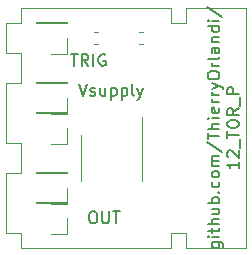
<source format=gbr>
%TF.GenerationSoftware,KiCad,Pcbnew,(5.1.9)-1*%
%TF.CreationDate,2021-04-15T15:10:30+02:00*%
%TF.ProjectId,12_TOR_P,31325f54-4f52-45f5-902e-6b696361645f,rev?*%
%TF.SameCoordinates,Original*%
%TF.FileFunction,Legend,Top*%
%TF.FilePolarity,Positive*%
%FSLAX46Y46*%
G04 Gerber Fmt 4.6, Leading zero omitted, Abs format (unit mm)*
G04 Created by KiCad (PCBNEW (5.1.9)-1) date 2021-04-15 15:10:30*
%MOMM*%
%LPD*%
G01*
G04 APERTURE LIST*
%TA.AperFunction,Profile*%
%ADD10C,0.050000*%
%TD*%
%ADD11C,0.150000*%
%ADD12C,0.120000*%
G04 APERTURE END LIST*
D10*
X115570000Y-60960000D02*
X120650000Y-60960000D01*
X115570000Y-62230000D02*
X115570000Y-60960000D01*
X114300000Y-62230000D02*
X115570000Y-62230000D01*
X114300000Y-60960000D02*
X114300000Y-62230000D01*
X115570000Y-81280000D02*
X120650000Y-81280000D01*
X115570000Y-80010000D02*
X115570000Y-81280000D01*
X114300000Y-80010000D02*
X115570000Y-80010000D01*
X114300000Y-81280000D02*
X114300000Y-80010000D01*
X101600000Y-62230000D02*
X101600000Y-60960000D01*
X100330000Y-62230000D02*
X101600000Y-62230000D01*
X100330000Y-64770000D02*
X100330000Y-62230000D01*
X101600000Y-64770000D02*
X100330000Y-64770000D01*
X100330000Y-72390000D02*
X100330000Y-67310000D01*
X101600000Y-72390000D02*
X100330000Y-72390000D01*
X101600000Y-74930000D02*
X101600000Y-72390000D01*
X100330000Y-74930000D02*
X101600000Y-74930000D01*
D11*
X107585000Y-78192380D02*
X107775476Y-78192380D01*
X107870714Y-78240000D01*
X107965952Y-78335238D01*
X108013571Y-78525714D01*
X108013571Y-78859047D01*
X107965952Y-79049523D01*
X107870714Y-79144761D01*
X107775476Y-79192380D01*
X107585000Y-79192380D01*
X107489761Y-79144761D01*
X107394523Y-79049523D01*
X107346904Y-78859047D01*
X107346904Y-78525714D01*
X107394523Y-78335238D01*
X107489761Y-78240000D01*
X107585000Y-78192380D01*
X108442142Y-78192380D02*
X108442142Y-79001904D01*
X108489761Y-79097142D01*
X108537380Y-79144761D01*
X108632619Y-79192380D01*
X108823095Y-79192380D01*
X108918333Y-79144761D01*
X108965952Y-79097142D01*
X109013571Y-79001904D01*
X109013571Y-78192380D01*
X109346904Y-78192380D02*
X109918333Y-78192380D01*
X109632619Y-79192380D02*
X109632619Y-78192380D01*
X105791190Y-64857380D02*
X106362619Y-64857380D01*
X106076904Y-65857380D02*
X106076904Y-64857380D01*
X107267380Y-65857380D02*
X106934047Y-65381190D01*
X106695952Y-65857380D02*
X106695952Y-64857380D01*
X107076904Y-64857380D01*
X107172142Y-64905000D01*
X107219761Y-64952619D01*
X107267380Y-65047857D01*
X107267380Y-65190714D01*
X107219761Y-65285952D01*
X107172142Y-65333571D01*
X107076904Y-65381190D01*
X106695952Y-65381190D01*
X107695952Y-65857380D02*
X107695952Y-64857380D01*
X108695952Y-64905000D02*
X108600714Y-64857380D01*
X108457857Y-64857380D01*
X108315000Y-64905000D01*
X108219761Y-65000238D01*
X108172142Y-65095476D01*
X108124523Y-65285952D01*
X108124523Y-65428809D01*
X108172142Y-65619285D01*
X108219761Y-65714523D01*
X108315000Y-65809761D01*
X108457857Y-65857380D01*
X108553095Y-65857380D01*
X108695952Y-65809761D01*
X108743571Y-65762142D01*
X108743571Y-65428809D01*
X108553095Y-65428809D01*
X106481904Y-67397380D02*
X106815238Y-68397380D01*
X107148571Y-67397380D01*
X107434285Y-68349761D02*
X107529523Y-68397380D01*
X107720000Y-68397380D01*
X107815238Y-68349761D01*
X107862857Y-68254523D01*
X107862857Y-68206904D01*
X107815238Y-68111666D01*
X107720000Y-68064047D01*
X107577142Y-68064047D01*
X107481904Y-68016428D01*
X107434285Y-67921190D01*
X107434285Y-67873571D01*
X107481904Y-67778333D01*
X107577142Y-67730714D01*
X107720000Y-67730714D01*
X107815238Y-67778333D01*
X108720000Y-67730714D02*
X108720000Y-68397380D01*
X108291428Y-67730714D02*
X108291428Y-68254523D01*
X108339047Y-68349761D01*
X108434285Y-68397380D01*
X108577142Y-68397380D01*
X108672380Y-68349761D01*
X108720000Y-68302142D01*
X109196190Y-67730714D02*
X109196190Y-68730714D01*
X109196190Y-67778333D02*
X109291428Y-67730714D01*
X109481904Y-67730714D01*
X109577142Y-67778333D01*
X109624761Y-67825952D01*
X109672380Y-67921190D01*
X109672380Y-68206904D01*
X109624761Y-68302142D01*
X109577142Y-68349761D01*
X109481904Y-68397380D01*
X109291428Y-68397380D01*
X109196190Y-68349761D01*
X110100952Y-67730714D02*
X110100952Y-68730714D01*
X110100952Y-67778333D02*
X110196190Y-67730714D01*
X110386666Y-67730714D01*
X110481904Y-67778333D01*
X110529523Y-67825952D01*
X110577142Y-67921190D01*
X110577142Y-68206904D01*
X110529523Y-68302142D01*
X110481904Y-68349761D01*
X110386666Y-68397380D01*
X110196190Y-68397380D01*
X110100952Y-68349761D01*
X111148571Y-68397380D02*
X111053333Y-68349761D01*
X111005714Y-68254523D01*
X111005714Y-67397380D01*
X111434285Y-67730714D02*
X111672380Y-68397380D01*
X111910476Y-67730714D02*
X111672380Y-68397380D01*
X111577142Y-68635476D01*
X111529523Y-68683095D01*
X111434285Y-68730714D01*
D10*
X120650000Y-60960000D02*
X120650000Y-81280000D01*
X101600000Y-60960000D02*
X114300000Y-60960000D01*
X101600000Y-80010000D02*
X101600000Y-81280000D01*
X100330000Y-80010000D02*
X101600000Y-80010000D01*
X101600000Y-64770000D02*
X101600000Y-67310000D01*
X101600000Y-67310000D02*
X100330000Y-67310000D01*
D11*
X117705714Y-80810476D02*
X118515238Y-80810476D01*
X118610476Y-80858095D01*
X118658095Y-80905714D01*
X118705714Y-81000952D01*
X118705714Y-81143809D01*
X118658095Y-81239047D01*
X118324761Y-80810476D02*
X118372380Y-80905714D01*
X118372380Y-81096190D01*
X118324761Y-81191428D01*
X118277142Y-81239047D01*
X118181904Y-81286666D01*
X117896190Y-81286666D01*
X117800952Y-81239047D01*
X117753333Y-81191428D01*
X117705714Y-81096190D01*
X117705714Y-80905714D01*
X117753333Y-80810476D01*
X118372380Y-80334285D02*
X117705714Y-80334285D01*
X117372380Y-80334285D02*
X117420000Y-80381904D01*
X117467619Y-80334285D01*
X117420000Y-80286666D01*
X117372380Y-80334285D01*
X117467619Y-80334285D01*
X117705714Y-80000952D02*
X117705714Y-79620000D01*
X117372380Y-79858095D02*
X118229523Y-79858095D01*
X118324761Y-79810476D01*
X118372380Y-79715238D01*
X118372380Y-79620000D01*
X118372380Y-79286666D02*
X117372380Y-79286666D01*
X118372380Y-78858095D02*
X117848571Y-78858095D01*
X117753333Y-78905714D01*
X117705714Y-79000952D01*
X117705714Y-79143809D01*
X117753333Y-79239047D01*
X117800952Y-79286666D01*
X117705714Y-77953333D02*
X118372380Y-77953333D01*
X117705714Y-78381904D02*
X118229523Y-78381904D01*
X118324761Y-78334285D01*
X118372380Y-78239047D01*
X118372380Y-78096190D01*
X118324761Y-78000952D01*
X118277142Y-77953333D01*
X118372380Y-77477142D02*
X117372380Y-77477142D01*
X117753333Y-77477142D02*
X117705714Y-77381904D01*
X117705714Y-77191428D01*
X117753333Y-77096190D01*
X117800952Y-77048571D01*
X117896190Y-77000952D01*
X118181904Y-77000952D01*
X118277142Y-77048571D01*
X118324761Y-77096190D01*
X118372380Y-77191428D01*
X118372380Y-77381904D01*
X118324761Y-77477142D01*
X118277142Y-76572380D02*
X118324761Y-76524761D01*
X118372380Y-76572380D01*
X118324761Y-76620000D01*
X118277142Y-76572380D01*
X118372380Y-76572380D01*
X118324761Y-75667619D02*
X118372380Y-75762857D01*
X118372380Y-75953333D01*
X118324761Y-76048571D01*
X118277142Y-76096190D01*
X118181904Y-76143809D01*
X117896190Y-76143809D01*
X117800952Y-76096190D01*
X117753333Y-76048571D01*
X117705714Y-75953333D01*
X117705714Y-75762857D01*
X117753333Y-75667619D01*
X118372380Y-75096190D02*
X118324761Y-75191428D01*
X118277142Y-75239047D01*
X118181904Y-75286666D01*
X117896190Y-75286666D01*
X117800952Y-75239047D01*
X117753333Y-75191428D01*
X117705714Y-75096190D01*
X117705714Y-74953333D01*
X117753333Y-74858095D01*
X117800952Y-74810476D01*
X117896190Y-74762857D01*
X118181904Y-74762857D01*
X118277142Y-74810476D01*
X118324761Y-74858095D01*
X118372380Y-74953333D01*
X118372380Y-75096190D01*
X118372380Y-74334285D02*
X117705714Y-74334285D01*
X117800952Y-74334285D02*
X117753333Y-74286666D01*
X117705714Y-74191428D01*
X117705714Y-74048571D01*
X117753333Y-73953333D01*
X117848571Y-73905714D01*
X118372380Y-73905714D01*
X117848571Y-73905714D02*
X117753333Y-73858095D01*
X117705714Y-73762857D01*
X117705714Y-73620000D01*
X117753333Y-73524761D01*
X117848571Y-73477142D01*
X118372380Y-73477142D01*
X117324761Y-72286666D02*
X118610476Y-73143809D01*
X117372380Y-72096190D02*
X117372380Y-71524761D01*
X118372380Y-71810476D02*
X117372380Y-71810476D01*
X118372380Y-71191428D02*
X117372380Y-71191428D01*
X118372380Y-70762857D02*
X117848571Y-70762857D01*
X117753333Y-70810476D01*
X117705714Y-70905714D01*
X117705714Y-71048571D01*
X117753333Y-71143809D01*
X117800952Y-71191428D01*
X118372380Y-70286666D02*
X117705714Y-70286666D01*
X117372380Y-70286666D02*
X117420000Y-70334285D01*
X117467619Y-70286666D01*
X117420000Y-70239047D01*
X117372380Y-70286666D01*
X117467619Y-70286666D01*
X118324761Y-69429523D02*
X118372380Y-69524761D01*
X118372380Y-69715238D01*
X118324761Y-69810476D01*
X118229523Y-69858095D01*
X117848571Y-69858095D01*
X117753333Y-69810476D01*
X117705714Y-69715238D01*
X117705714Y-69524761D01*
X117753333Y-69429523D01*
X117848571Y-69381904D01*
X117943809Y-69381904D01*
X118039047Y-69858095D01*
X118372380Y-68953333D02*
X117705714Y-68953333D01*
X117896190Y-68953333D02*
X117800952Y-68905714D01*
X117753333Y-68858095D01*
X117705714Y-68762857D01*
X117705714Y-68667619D01*
X118372380Y-68334285D02*
X117705714Y-68334285D01*
X117896190Y-68334285D02*
X117800952Y-68286666D01*
X117753333Y-68239047D01*
X117705714Y-68143809D01*
X117705714Y-68048571D01*
X117705714Y-67810476D02*
X118372380Y-67572380D01*
X117705714Y-67334285D02*
X118372380Y-67572380D01*
X118610476Y-67667619D01*
X118658095Y-67715238D01*
X118705714Y-67810476D01*
X117372380Y-66762857D02*
X117372380Y-66572380D01*
X117420000Y-66477142D01*
X117515238Y-66381904D01*
X117705714Y-66334285D01*
X118039047Y-66334285D01*
X118229523Y-66381904D01*
X118324761Y-66477142D01*
X118372380Y-66572380D01*
X118372380Y-66762857D01*
X118324761Y-66858095D01*
X118229523Y-66953333D01*
X118039047Y-67000952D01*
X117705714Y-67000952D01*
X117515238Y-66953333D01*
X117420000Y-66858095D01*
X117372380Y-66762857D01*
X118372380Y-65905714D02*
X117705714Y-65905714D01*
X117896190Y-65905714D02*
X117800952Y-65858095D01*
X117753333Y-65810476D01*
X117705714Y-65715238D01*
X117705714Y-65620000D01*
X118372380Y-65143809D02*
X118324761Y-65239047D01*
X118229523Y-65286666D01*
X117372380Y-65286666D01*
X118372380Y-64334285D02*
X117848571Y-64334285D01*
X117753333Y-64381904D01*
X117705714Y-64477142D01*
X117705714Y-64667619D01*
X117753333Y-64762857D01*
X118324761Y-64334285D02*
X118372380Y-64429523D01*
X118372380Y-64667619D01*
X118324761Y-64762857D01*
X118229523Y-64810476D01*
X118134285Y-64810476D01*
X118039047Y-64762857D01*
X117991428Y-64667619D01*
X117991428Y-64429523D01*
X117943809Y-64334285D01*
X117705714Y-63858095D02*
X118372380Y-63858095D01*
X117800952Y-63858095D02*
X117753333Y-63810476D01*
X117705714Y-63715238D01*
X117705714Y-63572380D01*
X117753333Y-63477142D01*
X117848571Y-63429523D01*
X118372380Y-63429523D01*
X118372380Y-62524761D02*
X117372380Y-62524761D01*
X118324761Y-62524761D02*
X118372380Y-62620000D01*
X118372380Y-62810476D01*
X118324761Y-62905714D01*
X118277142Y-62953333D01*
X118181904Y-63000952D01*
X117896190Y-63000952D01*
X117800952Y-62953333D01*
X117753333Y-62905714D01*
X117705714Y-62810476D01*
X117705714Y-62620000D01*
X117753333Y-62524761D01*
X118372380Y-62048571D02*
X117705714Y-62048571D01*
X117372380Y-62048571D02*
X117420000Y-62096190D01*
X117467619Y-62048571D01*
X117420000Y-62000952D01*
X117372380Y-62048571D01*
X117467619Y-62048571D01*
X117324761Y-60858095D02*
X118610476Y-61715238D01*
X120022380Y-73977142D02*
X120022380Y-74548571D01*
X120022380Y-74262857D02*
X119022380Y-74262857D01*
X119165238Y-74358095D01*
X119260476Y-74453333D01*
X119308095Y-74548571D01*
X119117619Y-73596190D02*
X119070000Y-73548571D01*
X119022380Y-73453333D01*
X119022380Y-73215238D01*
X119070000Y-73120000D01*
X119117619Y-73072380D01*
X119212857Y-73024761D01*
X119308095Y-73024761D01*
X119450952Y-73072380D01*
X120022380Y-73643809D01*
X120022380Y-73024761D01*
X120117619Y-72834285D02*
X120117619Y-72072380D01*
X119022380Y-71977142D02*
X119022380Y-71405714D01*
X120022380Y-71691428D02*
X119022380Y-71691428D01*
X119022380Y-70881904D02*
X119022380Y-70691428D01*
X119070000Y-70596190D01*
X119165238Y-70500952D01*
X119355714Y-70453333D01*
X119689047Y-70453333D01*
X119879523Y-70500952D01*
X119974761Y-70596190D01*
X120022380Y-70691428D01*
X120022380Y-70881904D01*
X119974761Y-70977142D01*
X119879523Y-71072380D01*
X119689047Y-71120000D01*
X119355714Y-71120000D01*
X119165238Y-71072380D01*
X119070000Y-70977142D01*
X119022380Y-70881904D01*
X120022380Y-69453333D02*
X119546190Y-69786666D01*
X120022380Y-70024761D02*
X119022380Y-70024761D01*
X119022380Y-69643809D01*
X119070000Y-69548571D01*
X119117619Y-69500952D01*
X119212857Y-69453333D01*
X119355714Y-69453333D01*
X119450952Y-69500952D01*
X119498571Y-69548571D01*
X119546190Y-69643809D01*
X119546190Y-70024761D01*
X120117619Y-69262857D02*
X120117619Y-68500952D01*
X120022380Y-68262857D02*
X119022380Y-68262857D01*
X119022380Y-67881904D01*
X119070000Y-67786666D01*
X119117619Y-67739047D01*
X119212857Y-67691428D01*
X119355714Y-67691428D01*
X119450952Y-67739047D01*
X119498571Y-67786666D01*
X119546190Y-67881904D01*
X119546190Y-68262857D01*
D10*
X114300000Y-81280000D02*
X101600000Y-81280000D01*
X100330000Y-80010000D02*
X100330000Y-74930000D01*
D12*
%TO.C,J1*%
X105470000Y-69790000D02*
X102810000Y-69790000D01*
X105470000Y-69850000D02*
X105470000Y-69790000D01*
X102810000Y-69850000D02*
X102810000Y-69790000D01*
X105470000Y-69850000D02*
X102810000Y-69850000D01*
X105470000Y-71120000D02*
X105470000Y-72450000D01*
X105470000Y-72450000D02*
X104140000Y-72450000D01*
%TO.C,J2*%
X105470000Y-64830000D02*
X104140000Y-64830000D01*
X105470000Y-63500000D02*
X105470000Y-64830000D01*
X105470000Y-62230000D02*
X102810000Y-62230000D01*
X102810000Y-62230000D02*
X102810000Y-62170000D01*
X105470000Y-62230000D02*
X105470000Y-62170000D01*
X105470000Y-62170000D02*
X102810000Y-62170000D01*
%TO.C,J3*%
X105470000Y-77530000D02*
X104140000Y-77530000D01*
X105470000Y-76200000D02*
X105470000Y-77530000D01*
X105470000Y-74930000D02*
X102810000Y-74930000D01*
X102810000Y-74930000D02*
X102810000Y-74870000D01*
X105470000Y-74930000D02*
X105470000Y-74870000D01*
X105470000Y-74870000D02*
X102810000Y-74870000D01*
%TO.C,Q1*%
X111780000Y-73660000D02*
X111780000Y-70210000D01*
X111780000Y-73660000D02*
X111780000Y-75610000D01*
X106660000Y-73660000D02*
X106660000Y-71710000D01*
X106660000Y-73660000D02*
X106660000Y-75610000D01*
%TO.C,R1*%
X111588733Y-64010000D02*
X111931267Y-64010000D01*
X111588733Y-62990000D02*
X111931267Y-62990000D01*
%TO.C,R2*%
X107778733Y-62990000D02*
X108121267Y-62990000D01*
X107778733Y-64010000D02*
X108121267Y-64010000D01*
%TO.C,J4*%
X105470000Y-67250000D02*
X102810000Y-67250000D01*
X105470000Y-67310000D02*
X105470000Y-67250000D01*
X102810000Y-67310000D02*
X102810000Y-67250000D01*
X105470000Y-67310000D02*
X102810000Y-67310000D01*
X105470000Y-68580000D02*
X105470000Y-69910000D01*
X105470000Y-69910000D02*
X104140000Y-69910000D01*
%TO.C,J5*%
X105470000Y-80070000D02*
X104140000Y-80070000D01*
X105470000Y-78740000D02*
X105470000Y-80070000D01*
X105470000Y-77470000D02*
X102810000Y-77470000D01*
X102810000Y-77470000D02*
X102810000Y-77410000D01*
X105470000Y-77470000D02*
X105470000Y-77410000D01*
X105470000Y-77410000D02*
X102810000Y-77410000D01*
%TD*%
M02*

</source>
